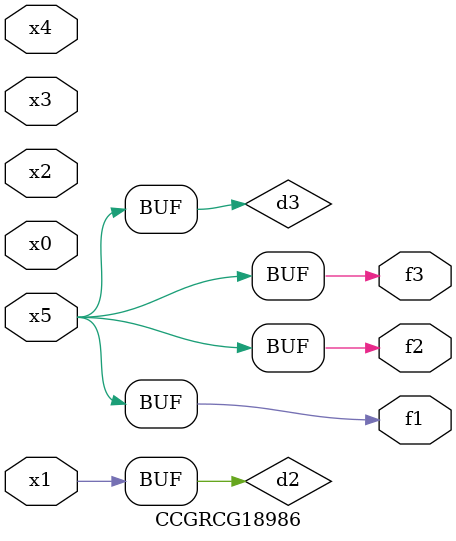
<source format=v>
module CCGRCG18986(
	input x0, x1, x2, x3, x4, x5,
	output f1, f2, f3
);

	wire d1, d2, d3;

	not (d1, x5);
	or (d2, x1);
	xnor (d3, d1);
	assign f1 = d3;
	assign f2 = d3;
	assign f3 = d3;
endmodule

</source>
